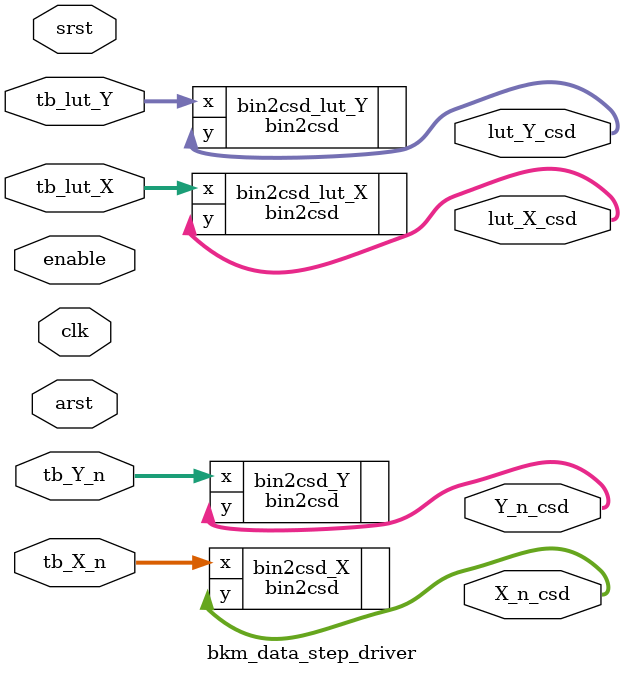
<source format=v>

`include "/home/ilesser/simlib/simlib_defs.vh"

module bkm_data_step_driver #(
   // ----------------------------------
   // Parameters
   // ----------------------------------
   parameter W       = 64
   ) (
   // ----------------------------------
   // Clock, reset & enable inputs
   // ----------------------------------
   input wire              clk,
   input wire              arst,
   input wire              srst,
   input wire              enable,
   // ----------------------------------
   // Data inputs
   // ----------------------------------
   input  wire [W-1:0]     tb_X_n,
   input  wire [W-1:0]     tb_Y_n,
   input  wire [W-1:0]     tb_lut_X,
   input  wire [W-1:0]     tb_lut_Y,
   // ----------------------------------
   // Data outputs
   // ----------------------------------
   output wire [2*W-1:0]   X_n_csd,
   output wire [2*W-1:0]   Y_n_csd,
   output wire [2*W-1:0]   lut_X_csd,
   output wire [2*W-1:0]   lut_Y_csd
   );
// *****************************************************************************

// *****************************************************************************
// Architecture
// *****************************************************************************

   // -----------------------------------------------------
   // Internal signals
   // -----------------------------------------------------
   // -----------------------------------------------------

   bin2csd #(
    // ----------------------------------
    // Parameters
    // ----------------------------------
      .W                   (W)
   ) bin2csd_X (
    // ----------------------------------
    // Data inputs
    // ----------------------------------
      .x                   (tb_X_n),
    // ----------------------------------
    // Data outputs
    // ----------------------------------
      .y                   (X_n_csd)
   );

   bin2csd #(
    // ----------------------------------
    // Parameters
    // ----------------------------------
      .W                   (W)
   ) bin2csd_Y (
    // ----------------------------------
    // Data inputs
    // ----------------------------------
      .x                   (tb_Y_n),
    // ----------------------------------
    // Data outputs
    // ----------------------------------
      .y                   (Y_n_csd)
   );

   bin2csd #(
    // ----------------------------------
    // Parameters
    // ----------------------------------
      .W                   (W)
   ) bin2csd_lut_X (
    // ----------------------------------
    // Data inputs
    // ----------------------------------
      .x                   (tb_lut_X),
    // ----------------------------------
    // Data outputs
    // ----------------------------------
      .y                   (lut_X_csd)
   );

   bin2csd #(
    // ----------------------------------
    // Parameters
    // ----------------------------------
      .W                   (W)
   ) bin2csd_lut_Y (
    // ----------------------------------
    // Data inputs
    // ----------------------------------
      .x                   (tb_lut_Y),
    // ----------------------------------
    // Data outputs
    // ----------------------------------
      .y                   (lut_Y_csd)
   );
// *****************************************************************************

`ifdef RTL_DEBUG

//

`else

//XXXXX FILL IN HERE XXXXX

`endif
// *****************************************************************************

endmodule



</source>
